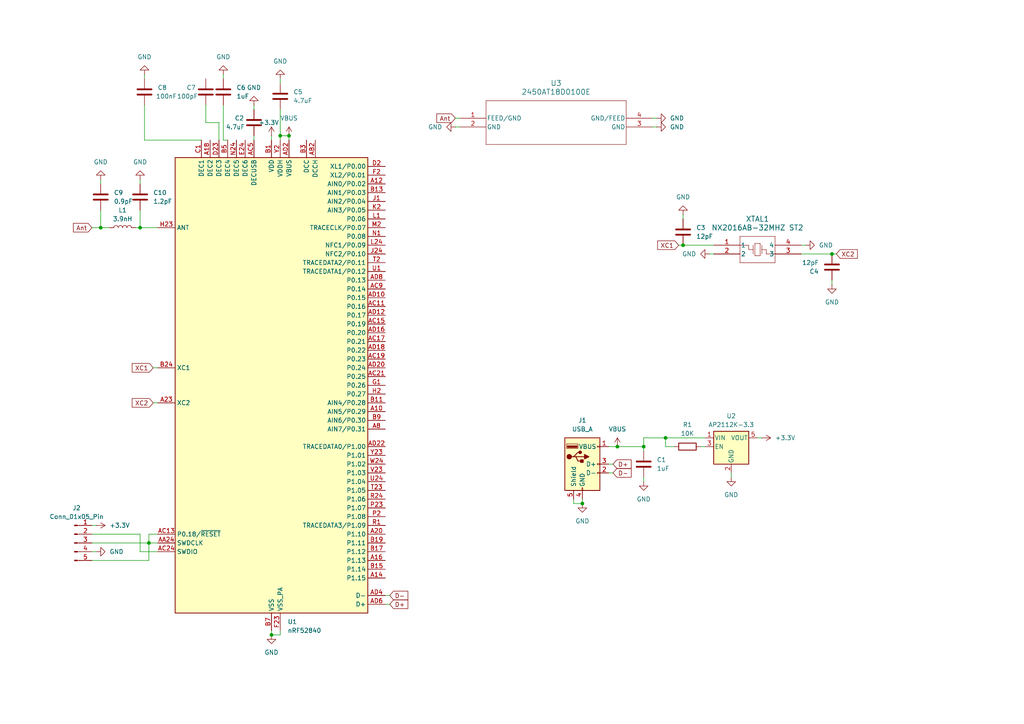
<source format=kicad_sch>
(kicad_sch (version 20250114) (generator "eeschema") (generator_version "9.0")
  (paper "A4")
  (lib_symbols
    (symbol "Antenna:2450AT18D0100E" (pin_names (offset 0.254))
      (property "Reference" "U" (at 27.94 10.16 0))
      (property "Value" "2450AT18D0100E" (at 27.94 7.62 0))
      (symbol "2450AT18D0100E_0_1"
        (polyline (pts (xy 7.62 5.08) (xy 7.62 -7.62)) (stroke (width 0.127)))
        (polyline (pts (xy 7.62 -7.62) (xy 48.26 -7.62)) (stroke (width 0.127)))
        (polyline (pts (xy 48.26 5.08) (xy 7.62 5.08)) (stroke (width 0.127)))
        (polyline (pts (xy 48.26 -7.62) (xy 48.26 5.08)) (stroke (width 0.127)))
        (pin unspecified line (at 0 0 0) (length 7.62) (name "FEED/GND") (number "1"))
        (pin power_out line (at 0 -2.54 0) (length 7.62) (name "GND") (number "2"))
        (pin unspecified line (at 55.88 0 180) (length 7.62) (name "GND/FEED") (number "4"))
        (pin power_out line (at 55.88 -2.54 180) (length 7.62) (name "GND") (number "3"))
      )
    )
    (symbol "Connector:Conn_01x05_Pin" (pin_names (offset 1.016) (hide yes))
      (property "Reference" "J" (at 0 7.62 0))
      (property "Value" "Conn_01x05_Pin" (at 0 -7.62 0))
      (symbol "Conn_01x05_Pin_1_1"
        (rectangle (start 0.8636 5.207) (end 0 4.953) (stroke (width 0.1524)) (fill (type outline)))
        (rectangle (start 0.8636 2.667) (end 0 2.413) (stroke (width 0.1524)) (fill (type outline)))
        (rectangle (start 0.8636 0.127) (end 0 -0.127) (stroke (width 0.1524)) (fill (type outline)))
        (rectangle (start 0.8636 -2.413) (end 0 -2.667) (stroke (width 0.1524)) (fill (type outline)))
        (rectangle (start 0.8636 -4.953) (end 0 -5.207) (stroke (width 0.1524)) (fill (type outline)))
        (polyline (pts (xy 1.27 5.08) (xy 0.8636 5.08)) (stroke (width 0.1524)))
        (polyline (pts (xy 1.27 2.54) (xy 0.8636 2.54)) (stroke (width 0.1524)))
        (polyline (pts (xy 1.27 0) (xy 0.8636 0)) (stroke (width 0.1524)))
        (polyline (pts (xy 1.27 -2.54) (xy 0.8636 -2.54)) (stroke (width 0.1524)))
        (polyline (pts (xy 1.27 -5.08) (xy 0.8636 -5.08)) (stroke (width 0.1524)))
        (pin passive line (at 5.08 5.08 180) (length 3.81) (name "Pin_1") (number "1"))
        (pin passive line (at 5.08 2.54 180) (length 3.81) (name "Pin_2") (number "2"))
        (pin passive line (at 5.08 0 180) (length 3.81) (name "Pin_3") (number "3"))
        (pin passive line (at 5.08 -2.54 180) (length 3.81) (name "Pin_4") (number "4"))
        (pin passive line (at 5.08 -5.08 180) (length 3.81) (name "Pin_5") (number "5"))
      )
    )
    (symbol "Connector:USB_A" (pin_names (offset 1.016))
      (property "Reference" "J" (at -5.08 11.43 0))
      (property "Value" "USB_A" (at -5.08 8.89 0))
      (symbol "USB_A_0_1"
        (rectangle (start -5.08 -7.62) (end 5.08 7.62) (stroke (width 0.254)) (fill (type background)))
        (circle (center -3.81 2.159) (radius 0.635) (stroke (width 0.254)) (fill (type outline)))
        (polyline (pts (xy -3.175 2.159) (xy -2.54 2.159) (xy -1.27 3.429) (xy -0.635 3.429)) (stroke (width 0.254)))
        (polyline (pts (xy -2.54 2.159) (xy -1.905 2.159) (xy -1.27 0.889) (xy 0 0.889)) (stroke (width 0.254)))
        (rectangle (start -1.524 4.826) (end -4.318 5.334) (fill (type outline)))
        (rectangle (start -1.27 4.572) (end -4.572 5.842))
        (circle (center -0.635 3.429) (radius 0.381) (stroke (width 0.254)) (fill (type outline)))
        (rectangle (start -0.127 -7.62) (end 0.127 -6.858))
        (rectangle (start 0.254 1.27) (end -0.508 0.508) (stroke (width 0.254)) (fill (type outline)))
        (polyline (pts (xy 0.635 2.794) (xy 0.635 1.524) (xy 1.905 2.159) (xy 0.635 2.794)) (stroke (width 0.254)) (fill (type outline)))
        (rectangle (start 5.08 4.953) (end 4.318 5.207))
        (rectangle (start 5.08 -0.127) (end 4.318 0.127))
        (rectangle (start 5.08 -2.667) (end 4.318 -2.413))
      )
      (symbol "USB_A_1_1"
        (polyline (pts (xy -1.905 2.159) (xy 0.635 2.159)) (stroke (width 0.254)))
        (pin passive line (at -2.54 -10.16 90) (length 2.54) (name "Shield") (number "5"))
        (pin power_in line (at 0 -10.16 90) (length 2.54) (name "GND") (number "4"))
        (pin power_in line (at 7.62 5.08 180) (length 2.54) (name "VBUS") (number "1"))
        (pin bidirectional line (at 7.62 0 180) (length 2.54) (name "D+") (number "3"))
        (pin bidirectional line (at 7.62 -2.54 180) (length 2.54) (name "D-") (number "2"))
      )
    )
    (symbol "Crystal:NX2016AB-32MHZ_ST2" (pin_names (offset 0.254))
      (property "Reference" "XTAL" (at 12.7 7.62 0))
      (property "Value" "NX2016AB-32MHZ ST2" (at 12.7 5.08 0))
      (symbol "NX2016AB-32MHZ_ST2_0_1"
        (polyline (pts (xy 7.62 2.54) (xy 7.62 -5.08)) (stroke (width 0.127)))
        (polyline (pts (xy 7.62 -5.08) (xy 17.78 -5.08)) (stroke (width 0.127)))
        (polyline (pts (xy 10.16 0) (xy 7.62 0)) (stroke (width 0.127)))
        (polyline (pts (xy 10.16 -1.27) (xy 10.16 0)) (stroke (width 0.127)))
        (polyline (pts (xy 11.43 0) (xy 11.43 -2.54)) (stroke (width 0.127)))
        (polyline (pts (xy 11.43 -1.27) (xy 10.16 -1.27)) (stroke (width 0.127)))
        (polyline (pts (xy 11.938 0.508) (xy 11.938 -3.048)) (stroke (width 0.127)))
        (polyline (pts (xy 11.938 -3.048) (xy 13.462 -3.048)) (stroke (width 0.127)))
        (polyline (pts (xy 13.462 0.508) (xy 11.938 0.508)) (stroke (width 0.127)))
        (polyline (pts (xy 13.462 -3.048) (xy 13.462 0.508)) (stroke (width 0.127)))
        (polyline (pts (xy 13.97 0) (xy 13.97 -2.54)) (stroke (width 0.127)))
        (polyline (pts (xy 13.97 -1.27) (xy 15.24 -1.27)) (stroke (width 0.127)))
        (polyline (pts (xy 15.24 -1.27) (xy 15.24 -2.54)) (stroke (width 0.127)))
        (polyline (pts (xy 15.24 -2.54) (xy 17.78 -2.54)) (stroke (width 0.127)))
        (polyline (pts (xy 17.78 2.54) (xy 7.62 2.54)) (stroke (width 0.127)))
        (polyline (pts (xy 17.78 -5.08) (xy 17.78 2.54)) (stroke (width 0.127)))
        (pin unspecified line (at 0 0 0) (length 7.62) (name "1") (number "1"))
        (pin unspecified line (at 0 -2.54 0) (length 7.62) (name "2") (number "2"))
        (pin unspecified line (at 25.4 0 180) (length 7.62) (name "4") (number "4"))
        (pin unspecified line (at 25.4 -2.54 180) (length 7.62) (name "3") (number "3"))
      )
    )
    (symbol "Device:C" (pin_numbers (hide yes)) (pin_names (offset 0.254))
      (property "Reference" "C" (at 0.635 2.54 0))
      (property "Value" "C" (at 0.635 -2.54 0))
      (symbol "C_0_1"
        (polyline (pts (xy -2.032 0.762) (xy 2.032 0.762)) (stroke (width 0.508)))
        (polyline (pts (xy -2.032 -0.762) (xy 2.032 -0.762)) (stroke (width 0.508)))
      )
      (symbol "C_1_1"
        (pin passive line (at 0 3.81 270) (length 2.794) (name "~") (number "1"))
        (pin passive line (at 0 -3.81 90) (length 2.794) (name "~") (number "2"))
      )
    )
    (symbol "Device:L" (pin_numbers (hide yes)) (pin_names (offset 1.016) (hide yes))
      (property "Reference" "L" (at -1.27 0 90))
      (property "Value" "L" (at 1.905 0 90))
      (symbol "L_0_1"
        (arc (start 0 2.54) (mid 0.6323 1.905) (end 0 1.27))
        (arc (start 0 1.27) (mid 0.6323 0.635) (end 0 0))
        (arc (start 0 0) (mid 0.6323 -0.635) (end 0 -1.27))
        (arc (start 0 -1.27) (mid 0.6323 -1.905) (end 0 -2.54))
      )
      (symbol "L_1_1"
        (pin passive line (at 0 3.81 270) (length 1.27) (name "1") (number "1"))
        (pin passive line (at 0 -3.81 90) (length 1.27) (name "2") (number "2"))
      )
    )
    (symbol "Device:R" (pin_numbers (hide yes)) (pin_names (offset 0))
      (property "Reference" "R" (at 2.032 0 90))
      (property "Value" "R" (at 0 0 90))
      (symbol "R_0_1"
        (rectangle (start -1.016 -2.54) (end 1.016 2.54) (stroke (width 0.254)))
      )
      (symbol "R_1_1"
        (pin passive line (at 0 3.81 270) (length 1.27) (name "~") (number "1"))
        (pin passive line (at 0 -3.81 90) (length 1.27) (name "~") (number "2"))
      )
    )
    (symbol "MCU_Nordic:nRF52840"
      (property "Reference" "U" (at 0 5.08 0))
      (property "Value" "nRF52840" (at 0 2.54 0))
      (symbol "nRF52840_0_1"
        (rectangle (start -27.94 66.04) (end 27.94 -66.04) (stroke (width 0.254)) (fill (type background)))
      )
      (symbol "nRF52840_1_1"
        (pin passive line (at -33.02 45.72 0) (length 5.08) (name "ANT") (number "H23"))
        (pin input line (at -33.02 5.08 0) (length 5.08) (name "XC1") (number "B24"))
        (pin input line (at -33.02 -5.08 0) (length 5.08) (name "XC2") (number "A23"))
        (pin bidirectional line (at -33.02 -43.18 0) (length 5.08) (name "P0.18/~{RESET}") (number "AC13"))
        (pin input line (at -33.02 -45.72 0) (length 5.08) (name "SWDCLK") (number "AA24"))
        (pin bidirectional line (at -33.02 -48.26 0) (length 5.08) (name "SWDIO") (number "AC24"))
        (pin passive line (at -20.32 71.12 270) (length 5.08) (name "DEC1") (number "C1"))
        (pin passive line (at -17.78 71.12 270) (length 5.08) (name "DEC2") (number "A18"))
        (pin passive line (at -15.24 71.12 270) (length 5.08) (name "DEC3") (number "D23"))
        (pin passive line (at -12.7 71.12 270) (length 5.08) (name "DEC4") (number "B5"))
        (pin passive line (at -10.16 71.12 270) (length 5.08) (name "DEC5") (number "N24"))
        (pin passive line (at -7.62 71.12 270) (length 5.08) (name "DEC6") (number "E24"))
        (pin passive line (at -5.08 71.12 270) (length 5.08) (name "DECUSB") (number "AC5"))
        (pin passive line (at 0 71.12 270) (length 5.08) (hide yes) (name "VDD") (number "A22"))
        (pin passive line (at 0 71.12 270) (length 5.08) (hide yes) (name "VDD") (number "AD14"))
        (pin passive line (at 0 71.12 270) (length 5.08) (hide yes) (name "VDD") (number "AD23"))
        (pin power_in line (at 0 71.12 270) (length 5.08) (name "VDD") (number "B1"))
        (pin passive line (at 0 71.12 270) (length 5.08) (hide yes) (name "VDD") (number "W1"))
        (pin power_in line (at 0 -71.12 90) (length 5.08) (name "VSS") (number "B7"))
        (pin passive line (at 0 -71.12 90) (length 5.08) (hide yes) (name "VSS") (number "EP"))
        (pin power_in line (at 2.54 71.12 270) (length 5.08) (name "VDDH") (number "Y2"))
        (pin power_in line (at 2.54 -71.12 90) (length 5.08) (name "VSS_PA") (number "F23"))
        (pin power_in line (at 5.08 71.12 270) (length 5.08) (name "VBUS") (number "AD2"))
        (pin power_out line (at 10.16 71.12 270) (length 5.08) (name "DCC") (number "B3"))
        (pin power_out line (at 12.7 71.12 270) (length 5.08) (name "DCCH") (number "AB2"))
        (pin bidirectional line (at 33.02 63.5 180) (length 5.08) (name "XL1/P0.00") (number "D2"))
        (pin bidirectional line (at 33.02 60.96 180) (length 5.08) (name "XL2/P0.01") (number "F2"))
        (pin bidirectional line (at 33.02 58.42 180) (length 5.08) (name "AIN0/P0.02") (number "A12"))
        (pin bidirectional line (at 33.02 55.88 180) (length 5.08) (name "AIN1/P0.03") (number "B13"))
        (pin bidirectional line (at 33.02 53.34 180) (length 5.08) (name "AIN2/P0.04") (number "J1"))
        (pin bidirectional line (at 33.02 50.8 180) (length 5.08) (name "AIN3/P0.05") (number "K2"))
        (pin bidirectional line (at 33.02 48.26 180) (length 5.08) (name "P0.06") (number "L1"))
        (pin bidirectional line (at 33.02 45.72 180) (length 5.08) (name "TRACECLK/P0.07") (number "M2"))
        (pin bidirectional line (at 33.02 43.18 180) (length 5.08) (name "P0.08") (number "N1"))
        (pin bidirectional line (at 33.02 40.64 180) (length 5.08) (name "NFC1/P0.09") (number "L24"))
        (pin bidirectional line (at 33.02 38.1 180) (length 5.08) (name "NFC2/P0.10") (number "J24"))
        (pin bidirectional line (at 33.02 35.56 180) (length 5.08) (name "TRACEDATA2/P0.11") (number "T2"))
        (pin bidirectional line (at 33.02 33.02 180) (length 5.08) (name "TRACEDATA1/P0.12") (number "U1"))
        (pin bidirectional line (at 33.02 30.48 180) (length 5.08) (name "P0.13") (number "AD8"))
        (pin bidirectional line (at 33.02 27.94 180) (length 5.08) (name "P0.14") (number "AC9"))
        (pin bidirectional line (at 33.02 25.4 180) (length 5.08) (name "P0.15") (number "AD10"))
        (pin bidirectional line (at 33.02 22.86 180) (length 5.08) (name "P0.16") (number "AC11"))
        (pin bidirectional line (at 33.02 20.32 180) (length 5.08) (name "P0.17") (number "AD12"))
        (pin bidirectional line (at 33.02 17.78 180) (length 5.08) (name "P0.19") (number "AC15"))
        (pin bidirectional line (at 33.02 15.24 180) (length 5.08) (name "P0.20") (number "AD16"))
        (pin bidirectional line (at 33.02 12.7 180) (length 5.08) (name "P0.21") (number "AC17"))
        (pin bidirectional line (at 33.02 10.16 180) (length 5.08) (name "P0.22") (number "AD18"))
        (pin bidirectional line (at 33.02 7.62 180) (length 5.08) (name "P0.23") (number "AC19"))
        (pin bidirectional line (at 33.02 5.08 180) (length 5.08) (name "P0.24") (number "AD20"))
        (pin bidirectional line (at 33.02 2.54 180) (length 5.08) (name "P0.25") (number "AC21"))
        (pin bidirectional line (at 33.02 0 180) (length 5.08) (name "P0.26") (number "G1"))
        (pin bidirectional line (at 33.02 -2.54 180) (length 5.08) (name "P0.27") (number "H2"))
        (pin bidirectional line (at 33.02 -5.08 180) (length 5.08) (name "AIN4/P0.28") (number "B11"))
        (pin bidirectional line (at 33.02 -7.62 180) (length 5.08) (name "AIN5/P0.29") (number "A10"))
        (pin bidirectional line (at 33.02 -10.16 180) (length 5.08) (name "AIN6/P0.30") (number "B9"))
        (pin bidirectional line (at 33.02 -12.7 180) (length 5.08) (name "AIN7/P0.31") (number "A8"))
        (pin bidirectional line (at 33.02 -17.78 180) (length 5.08) (name "TRACEDATA0/P1.00") (number "AD22"))
        (pin bidirectional line (at 33.02 -20.32 180) (length 5.08) (name "P1.01") (number "Y23"))
        (pin bidirectional line (at 33.02 -22.86 180) (length 5.08) (name "P1.02") (number "W24"))
        (pin bidirectional line (at 33.02 -25.4 180) (length 5.08) (name "P1.03") (number "V23"))
        (pin bidirectional line (at 33.02 -27.94 180) (length 5.08) (name "P1.04") (number "U24"))
        (pin bidirectional line (at 33.02 -30.48 180) (length 5.08) (name "P1.05") (number "T23"))
        (pin bidirectional line (at 33.02 -33.02 180) (length 5.08) (name "P1.06") (number "R24"))
        (pin bidirectional line (at 33.02 -35.56 180) (length 5.08) (name "P1.07") (number "P23"))
        (pin bidirectional line (at 33.02 -38.1 180) (length 5.08) (name "P1.08") (number "P2"))
        (pin bidirectional line (at 33.02 -40.64 180) (length 5.08) (name "TRACEDATA3/P1.09") (number "R1"))
        (pin bidirectional line (at 33.02 -43.18 180) (length 5.08) (name "P1.10") (number "A20"))
        (pin bidirectional line (at 33.02 -45.72 180) (length 5.08) (name "P1.11") (number "B19"))
        (pin bidirectional line (at 33.02 -48.26 180) (length 5.08) (name "P1.12") (number "B17"))
        (pin bidirectional line (at 33.02 -50.8 180) (length 5.08) (name "P1.13") (number "A16"))
        (pin bidirectional line (at 33.02 -53.34 180) (length 5.08) (name "P1.14") (number "B15"))
        (pin bidirectional line (at 33.02 -55.88 180) (length 5.08) (name "P1.15") (number "A14"))
        (pin bidirectional line (at 33.02 -60.96 180) (length 5.08) (name "D-") (number "AD4"))
        (pin bidirectional line (at 33.02 -63.5 180) (length 5.08) (name "D+") (number "AD6"))
      )
    )
    (symbol "Regulator_Linear:AP2112K-3.3" (pin_names (offset 0.254))
      (property "Reference" "U" (at -5.08 5.715 0))
      (property "Value" "AP2112K-3.3" (at 0 5.715 0))
      (symbol "AP2112K-3.3_0_1"
        (rectangle (start -5.08 4.445) (end 5.08 -5.08) (stroke (width 0.254)) (fill (type background)))
      )
      (symbol "AP2112K-3.3_1_1"
        (pin power_in line (at -7.62 2.54 0) (length 2.54) (name "VIN") (number "1"))
        (pin input line (at -7.62 0 0) (length 2.54) (name "EN") (number "3"))
        (pin power_in line (at 0 -7.62 90) (length 2.54) (name "GND") (number "2"))
        (pin no_connect line (at 5.08 0 180) (length 2.54) (hide yes) (name "NC") (number "4"))
        (pin power_out line (at 7.62 2.54 180) (length 2.54) (name "VOUT") (number "5"))
      )
    )
    (symbol "power:+3.3V" (power) (pin_numbers (hide yes)) (pin_names (offset 0) (hide yes))
      (property "Value" "+3.3V" (at 0 3.556 0))
      (symbol "+3.3V_0_1"
        (polyline (pts (xy -0.762 1.27) (xy 0 2.54)))
        (polyline (pts (xy 0 2.54) (xy 0.762 1.27)))
        (polyline (pts (xy 0 0) (xy 0 2.54)))
      )
      (symbol "+3.3V_1_1"
        (pin power_in line (at 0 0 90) (length 0) (name "~") (number "1"))
      )
    )
    (symbol "power:GND" (power) (pin_numbers (hide yes)) (pin_names (offset 0) (hide yes))
      (property "Value" "GND" (at 0 -3.81 0))
      (symbol "GND_0_1"
        (polyline (pts (xy 0 0) (xy 0 -1.27) (xy 1.27 -1.27) (xy 0 -2.54) (xy -1.27 -1.27) (xy 0 -1.27)))
      )
      (symbol "GND_1_1"
        (pin power_in line (at 0 0 270) (length 0) (name "~") (number "1"))
      )
    )
    (symbol "power:VBUS" (power) (pin_numbers (hide yes)) (pin_names (offset 0) (hide yes))
      (property "Value" "VBUS" (at 0 3.556 0))
      (symbol "VBUS_0_1"
        (polyline (pts (xy -0.762 1.27) (xy 0 2.54)))
        (polyline (pts (xy 0 2.54) (xy 0.762 1.27)))
        (polyline (pts (xy 0 0) (xy 0 2.54)))
      )
      (symbol "VBUS_1_1"
        (pin power_in line (at 0 0 90) (length 0) (name "~") (number "1"))
      )
    )
  )
  (junction (at 83.82 39.37))
  (junction (at 43.18 157.48))
  (junction (at 186.69 129.54))
  (junction (at 241.3 73.66))
  (junction (at 179.07 129.54))
  (junction (at 29.21 66.04))
  (junction (at 40.64 66.04))
  (junction (at 193.04 127))
  (junction (at 198.12 71.12))
  (junction (at 78.74 184.15))
  (junction (at 81.28 39.37))
  (junction (at 168.91 146.05))
  (wire (pts (xy 81.28 31.75) (xy 81.28 39.37)))
  (wire (pts (xy 193.04 127) (xy 204.47 127)))
  (wire (pts (xy 43.18 157.48) (xy 43.18 162.56)))
  (wire (pts (xy 179.07 129.54) (xy 186.69 129.54)))
  (wire (pts (xy 73.66 39.37) (xy 73.66 40.64)))
  (wire (pts (xy 78.74 182.88) (xy 78.74 184.15)))
  (wire (pts (xy 186.69 129.54) (xy 186.69 127)))
  (wire (pts (xy 176.53 134.62) (xy 177.8 134.62)))
  (wire (pts (xy 78.74 39.37) (xy 78.74 40.64)))
  (wire (pts (xy 176.53 137.16) (xy 177.8 137.16)))
  (wire (pts (xy 205.74 73.66) (xy 207.01 73.66)))
  (wire (pts (xy 43.18 154.94) (xy 43.18 157.48)))
  (wire (pts (xy 81.28 39.37) (xy 83.82 39.37)))
  (wire (pts (xy 168.91 146.05) (xy 166.37 146.05)))
  (wire (pts (xy 198.12 62.23) (xy 198.12 63.5)))
  (wire (pts (xy 73.66 30.48) (xy 73.66 31.75)))
  (wire (pts (xy 111.76 175.26) (xy 113.03 175.26)))
  (wire (pts (xy 203.2 129.54) (xy 204.47 129.54)))
  (wire (pts (xy 26.67 66.04) (xy 29.21 66.04)))
  (wire (pts (xy 39.37 66.04) (xy 40.64 66.04)))
  (wire (pts (xy 195.58 129.54) (xy 193.04 129.54)))
  (wire (pts (xy 190.5 34.29) (xy 189.23 34.29)))
  (wire (pts (xy 26.67 154.94) (xy 40.64 154.94)))
  (wire (pts (xy 58.42 40.64) (xy 41.91 40.64)))
  (wire (pts (xy 40.64 60.96) (xy 40.64 66.04)))
  (wire (pts (xy 186.69 138.43) (xy 186.69 139.7)))
  (wire (pts (xy 41.91 30.48) (xy 41.91 40.64)))
  (wire (pts (xy 241.3 73.66) (xy 242.57 73.66)))
  (wire (pts (xy 166.37 146.05) (xy 166.37 144.78)))
  (wire (pts (xy 196.85 71.12) (xy 198.12 71.12)))
  (wire (pts (xy 219.71 127) (xy 220.98 127)))
  (wire (pts (xy 40.64 160.02) (xy 45.72 160.02)))
  (wire (pts (xy 45.72 154.94) (xy 43.18 154.94)))
  (wire (pts (xy 81.28 39.37) (xy 81.28 40.64)))
  (wire (pts (xy 233.68 71.12) (xy 232.41 71.12)))
  (wire (pts (xy 26.67 160.02) (xy 27.94 160.02)))
  (wire (pts (xy 40.64 66.04) (xy 45.72 66.04)))
  (wire (pts (xy 193.04 129.54) (xy 193.04 127)))
  (wire (pts (xy 241.3 82.55) (xy 241.3 81.28)))
  (wire (pts (xy 186.69 127) (xy 193.04 127)))
  (wire (pts (xy 64.77 21.59) (xy 64.77 22.86)))
  (wire (pts (xy 198.12 71.12) (xy 207.01 71.12)))
  (wire (pts (xy 64.77 30.48) (xy 64.77 40.64)))
  (wire (pts (xy 44.45 116.84) (xy 45.72 116.84)))
  (wire (pts (xy 83.82 39.37) (xy 83.82 40.64)))
  (wire (pts (xy 59.69 30.48) (xy 59.69 35.56)))
  (wire (pts (xy 63.5 35.56) (xy 59.69 35.56)))
  (wire (pts (xy 186.69 129.54) (xy 186.69 130.81)))
  (wire (pts (xy 26.67 152.4) (xy 27.94 152.4)))
  (wire (pts (xy 111.76 172.72) (xy 113.03 172.72)))
  (wire (pts (xy 41.91 21.59) (xy 41.91 22.86)))
  (wire (pts (xy 176.53 129.54) (xy 179.07 129.54)))
  (wire (pts (xy 43.18 162.56) (xy 26.67 162.56)))
  (wire (pts (xy 29.21 66.04) (xy 31.75 66.04)))
  (wire (pts (xy 132.08 34.29) (xy 133.35 34.29)))
  (wire (pts (xy 241.3 73.66) (xy 232.41 73.66)))
  (wire (pts (xy 29.21 52.07) (xy 29.21 53.34)))
  (wire (pts (xy 81.28 184.15) (xy 81.28 182.88)))
  (wire (pts (xy 29.21 60.96) (xy 29.21 66.04)))
  (wire (pts (xy 81.28 22.86) (xy 81.28 24.13)))
  (wire (pts (xy 26.67 157.48) (xy 43.18 157.48)))
  (wire (pts (xy 44.45 106.68) (xy 45.72 106.68)))
  (wire (pts (xy 168.91 144.78) (xy 168.91 146.05)))
  (wire (pts (xy 40.64 52.07) (xy 40.64 53.34)))
  (wire (pts (xy 132.08 36.83) (xy 133.35 36.83)))
  (wire (pts (xy 45.72 157.48) (xy 43.18 157.48)))
  (wire (pts (xy 40.64 154.94) (xy 40.64 160.02)))
  (wire (pts (xy 78.74 184.15) (xy 81.28 184.15)))
  (wire (pts (xy 63.5 40.64) (xy 63.5 35.56)))
  (wire (pts (xy 190.5 36.83) (xy 189.23 36.83)))
  (wire (pts (xy 212.09 137.16) (xy 212.09 138.43)))
  (wire (pts (xy 66.04 40.64) (xy 64.77 40.64)))
  (global_label "D-" (shape input) (at 113.03 172.72 0) (property "Intersheetrefs" "${INTERSHEET_REFS}" (effects (hide yes))))
  (global_label "XC1" (shape input) (at 44.45 106.68 180) (property "Intersheetrefs" "${INTERSHEET_REFS}" (effects (hide yes))))
  (global_label "XC2" (shape input) (at 242.57 73.66 0) (property "Intersheetrefs" "${INTERSHEET_REFS}" (effects (hide yes))))
  (global_label "XC2" (shape input) (at 44.45 116.84 180) (property "Intersheetrefs" "${INTERSHEET_REFS}" (effects (hide yes))))
  (global_label "D-" (shape input) (at 177.8 137.16 0) (property "Intersheetrefs" "${INTERSHEET_REFS}" (effects (hide yes))))
  (global_label "Ant" (shape input) (at 26.67 66.04 180) (property "Intersheetrefs" "${INTERSHEET_REFS}" (effects (hide yes))))
  (global_label "D+" (shape input) (at 177.8 134.62 0) (property "Intersheetrefs" "${INTERSHEET_REFS}" (effects (hide yes))))
  (global_label "D+" (shape input) (at 113.03 175.26 0) (property "Intersheetrefs" "${INTERSHEET_REFS}" (effects (hide yes))))
  (global_label "Ant" (shape input) (at 132.08 34.29 180) (property "Intersheetrefs" "${INTERSHEET_REFS}" (effects (hide yes))))
  (global_label "XC1" (shape input) (at 196.85 71.12 180) (property "Intersheetrefs" "${INTERSHEET_REFS}" (effects (hide yes))))
  (symbol (lib_id "Device:C") (at 198.12 67.31 0) (unit 1)
    (property "Reference" "C3" (at 201.93 66.0399 0) (effects (justify left)))
    (property "Value" "12pF" (at 201.93 68.5799 0) (effects (justify left)))
    (property "Description" "Unpolarized capacitor" (effects (hide yes)))
  )
  (symbol (lib_id "Device:C") (at 29.21 57.15 0) (unit 1)
    (property "Reference" "C9" (at 33.02 55.8799 0) (effects (justify left)))
    (property "Value" "0.9pF" (at 33.02 58.4199 0) (effects (justify left)))
    (property "Description" "Unpolarized capacitor" (effects (hide yes)))
  )
  (symbol (lib_id "power:GND") (at 190.5 36.83 90) (unit 1)
    (property "Reference" "#PWR0124" (effects (hide yes)))
    (property "Value" "GND" (at 194.31 36.8301 90) (effects (justify right)))
    (property "Description" "Power symbol creates a global label with name \"GND\" , ground" (effects (hide yes)))
  )
  (symbol (lib_id "Device:L") (at 35.56 66.04 90) (unit 1)
    (property "Reference" "L1" (at 35.56 60.96 90))
    (property "Value" "3.9nH" (at 35.56 63.5 90))
    (property "Description" "Inductor" (effects (hide yes)))
  )
  (symbol (lib_id "power:GND") (at 241.3 82.55 0) (unit 1)
    (property "Reference" "#PWR0125" (effects (hide yes)))
    (property "Value" "GND" (at 241.3 87.63 0))
    (property "Description" "Power symbol creates a global label with name \"GND\" , ground" (effects (hide yes)))
  )
  (symbol (lib_id "Device:C") (at 81.28 27.94 0) (unit 1)
    (property "Reference" "C5" (at 85.09 26.6699 0) (effects (justify left)))
    (property "Value" "4.7uF" (at 85.09 29.2099 0) (effects (justify left)))
    (property "Description" "Unpolarized capacitor" (effects (hide yes)))
  )
  (symbol (lib_id "Connector:USB_A") (at 168.91 134.62 0) (unit 1)
    (property "Reference" "J1" (at 168.91 121.92 0))
    (property "Value" "USB_A" (at 168.91 124.46 0))
    (property "Description" "USB Type A connector" (effects (hide yes)))
  )
  (symbol (lib_id "Device:C") (at 59.69 26.67 0) (unit 1)
    (property "Reference" "C7" (at 54.102 25.4 0) (effects (justify left)))
    (property "Value" "100pF" (at 51.308 27.94 0) (effects (justify left)))
    (property "Description" "Unpolarized capacitor" (effects (hide yes)))
  )
  (symbol (lib_id "power:+3.3V") (at 220.98 127 270) (unit 1)
    (property "Reference" "#PWR05" (effects (hide yes)))
    (property "Value" "+3.3V" (at 224.79 126.9999 90) (effects (justify left)))
    (property "Description" "Power symbol creates a global label with name \"+3.3V\"" (effects (hide yes)))
  )
  (symbol (lib_id "Device:C") (at 40.64 57.15 0) (unit 1)
    (property "Reference" "C10" (at 44.45 55.8799 0) (effects (justify left)))
    (property "Value" "1.2pF" (at 44.45 58.4199 0) (effects (justify left)))
    (property "Description" "Unpolarized capacitor" (effects (hide yes)))
  )
  (symbol (lib_id "Device:R") (at 199.39 129.54 90) (unit 1)
    (property "Reference" "R1" (at 199.39 123.19 90))
    (property "Value" "10K" (at 199.39 125.73 90))
    (property "Description" "Resistor" (effects (hide yes)))
  )
  (symbol (lib_id "power:GND") (at 40.64 52.07 180) (unit 1)
    (property "Reference" "#PWR0109" (effects (hide yes)))
    (property "Value" "GND" (at 40.64 46.99 0))
    (property "Description" "Power symbol creates a global label with name \"GND\" , ground" (effects (hide yes)))
  )
  (symbol (lib_id "power:GND") (at 190.5 34.29 90) (unit 1)
    (property "Reference" "#PWR0123" (effects (hide yes)))
    (property "Value" "GND" (at 194.31 34.2901 90) (effects (justify right)))
    (property "Description" "Power symbol creates a global label with name \"GND\" , ground" (effects (hide yes)))
  )
  (symbol (lib_id "power:GND") (at 27.94 160.02 90) (unit 1)
    (property "Reference" "#PWR021" (effects (hide yes)))
    (property "Value" "GND" (at 31.75 160.0199 90) (effects (justify right)))
    (property "Description" "Power symbol creates a global label with name \"GND\" , ground" (effects (hide yes)))
  )
  (symbol (lib_id "Device:C") (at 41.91 26.67 0) (unit 1)
    (property "Reference" "C8" (at 45.72 25.3999 0) (effects (justify left)))
    (property "Value" "100nF" (at 45.212 27.94 0) (effects (justify left)))
    (property "Description" "Unpolarized capacitor" (effects (hide yes)))
  )
  (symbol (lib_id "power:GND") (at 186.69 139.7 0) (unit 1)
    (property "Reference" "#PWR03" (effects (hide yes)))
    (property "Value" "GND" (at 186.69 144.78 0))
    (property "Description" "Power symbol creates a global label with name \"GND\" , ground" (effects (hide yes)))
  )
  (symbol (lib_id "Device:C") (at 241.3 77.47 180) (unit 1)
    (property "Reference" "C4" (at 237.49 78.7401 0) (effects (justify left)))
    (property "Value" "12pF" (at 237.49 76.2001 0) (effects (justify left)))
    (property "Description" "Unpolarized capacitor" (effects (hide yes)))
  )
  (symbol (lib_id "power:GND") (at 64.77 21.59 180) (unit 1)
    (property "Reference" "#PWR014" (effects (hide yes)))
    (property "Value" "GND" (at 64.77 16.51 0))
    (property "Description" "Power symbol creates a global label with name \"GND\" , ground" (effects (hide yes)))
  )
  (symbol (lib_id "Connector:Conn_01x05_Pin") (at 21.59 157.48 0) (unit 1)
    (property "Reference" "J2" (at 22.225 147.32 0))
    (property "Value" "Conn_01x05_Pin" (at 22.225 149.86 0))
    (property "Description" "Generic connector, single row, 01x05, script generated" (effects (hide yes)))
  )
  (symbol (lib_id "Regulator_Linear:AP2112K-3.3") (at 212.09 129.54 0) (unit 1)
    (property "Reference" "U2" (at 212.09 120.65 0))
    (property "Value" "AP2112K-3.3" (at 212.09 123.19 0))
    (property "Footprint" "Package_TO_SOT_SMD:SOT-23-5" (effects (hide yes)))
    (property "Datasheet" "https://www.diodes.com/assets/Datasheets/AP2112.pdf" (effects (hide yes)))
    (property "Description" "600mA low dropout linear regulator, with enable pin, 3.8V-6V input voltage range, 3.3V fixed positive output, SOT-23-5" (effects (hide yes)))
  )
  (symbol (lib_id "power:GND") (at 41.91 21.59 180) (unit 1)
    (property "Reference" "#PWR015" (effects (hide yes)))
    (property "Value" "GND" (at 41.91 16.51 0))
    (property "Description" "Power symbol creates a global label with name \"GND\" , ground" (effects (hide yes)))
  )
  (symbol (lib_id "MCU_Nordic:nRF52840") (at 78.74 111.76 0) (unit 1)
    (property "Reference" "U1" (at 83.4233 180.34 0) (effects (justify left)))
    (property "Value" "nRF52840" (at 83.4233 182.88 0) (effects (justify left)))
    (property "Footprint" "Package_DFN_QFN:Nordic_AQFN-73-1EP_7x7mm_P0.5mm" (effects (hide yes)))
    (property "Datasheet" "http://infocenter.nordicsemi.com/topic/com.nordic.infocenter.nrf52/dita/nrf52/chips/nrf52840.html" (effects (hide yes)))
    (property "Description" "Multiprotocol BLE/ANT/2.4 GHz/802.15.4 Cortex-M4F SoC, AQFN-73" (effects (hide yes)))
  )
  (symbol (lib_id "power:VBUS") (at 83.82 39.37 0) (unit 1)
    (property "Reference" "#PWR016" (effects (hide yes)))
    (property "Value" "VBUS" (at 83.82 34.29 0))
    (property "Description" "Power symbol creates a global label with name \"VBUS\"" (effects (hide yes)))
  )
  (symbol (lib_id "Device:C") (at 64.77 26.67 0) (unit 1)
    (property "Reference" "C6" (at 68.58 25.3999 0) (effects (justify left)))
    (property "Value" "1uF" (at 68.58 27.9399 0) (effects (justify left)))
    (property "Description" "Unpolarized capacitor" (effects (hide yes)))
  )
  (symbol (lib_id "Antenna:2450AT18D0100E") (at 133.35 34.29 0) (unit 1)
    (property "Reference" "U3" (at 161.29 24.13 0) (effects (font (size 1.524 1.524))))
    (property "Value" "2450AT18D0100E" (at 161.29 26.67 0) (effects (font (size 1.524 1.524))))
    (property "Footprint" "2450AT18D0100E_JOT" (effects (hide yes)))
    (property "Datasheet" "2450AT18D0100E" (effects (hide yes)))
  )
  (symbol (lib_id "Device:C") (at 186.69 134.62 0) (unit 1)
    (property "Reference" "C1" (at 190.5 133.3499 0) (effects (justify left)))
    (property "Value" "1uF" (at 190.5 135.8899 0) (effects (justify left)))
    (property "Description" "Unpolarized capacitor" (effects (hide yes)))
  )
  (symbol (lib_id "power:GND") (at 73.66 30.48 180) (unit 1)
    (property "Reference" "#PWR07" (effects (hide yes)))
    (property "Value" "GND" (at 73.66 25.4 0))
    (property "Description" "Power symbol creates a global label with name \"GND\" , ground" (effects (hide yes)))
  )
  (symbol (lib_id "power:GND") (at 81.28 22.86 180) (unit 1)
    (property "Reference" "#PWR013" (effects (hide yes)))
    (property "Value" "GND" (at 81.28 17.78 0))
    (property "Description" "Power symbol creates a global label with name \"GND\" , ground" (effects (hide yes)))
  )
  (symbol (lib_id "power:GND") (at 29.21 52.07 180) (unit 1)
    (property "Reference" "#PWR018" (effects (hide yes)))
    (property "Value" "GND" (at 29.21 46.99 0))
    (property "Description" "Power symbol creates a global label with name \"GND\" , ground" (effects (hide yes)))
  )
  (symbol (lib_id "power:GND") (at 78.74 184.15 0) (unit 1)
    (property "Reference" "#PWR01" (effects (hide yes)))
    (property "Value" "GND" (at 78.74 189.23 0))
    (property "Description" "Power symbol creates a global label with name \"GND\" , ground" (effects (hide yes)))
  )
  (symbol (lib_id "power:+3.3V") (at 27.94 152.4 270) (unit 1)
    (property "Reference" "#PWR020" (effects (hide yes)))
    (property "Value" "+3.3V" (at 31.75 152.3999 90) (effects (justify left)))
    (property "Description" "Power symbol creates a global label with name \"+3.3V\"" (effects (hide yes)))
  )
  (symbol (lib_id "power:GND") (at 233.68 71.12 90) (unit 1)
    (property "Reference" "#PWR0129" (effects (hide yes)))
    (property "Value" "GND" (at 237.49 71.1201 90) (effects (justify right)))
    (property "Description" "Power symbol creates a global label with name \"GND\" , ground" (effects (hide yes)))
  )
  (symbol (lib_id "Crystal:NX2016AB-32MHZ_ST2") (at 207.01 71.12 0) (unit 1)
    (property "Reference" "XTAL1" (at 219.71 63.5 0) (effects (font (size 1.524 1.524))))
    (property "Value" "NX2016AB-32MHZ ST2" (at 219.71 66.04 0) (effects (font (size 1.524 1.524))))
    (property "Footprint" "NX2016AB_NDK" (effects (hide yes)))
    (property "Datasheet" "NX2016AB-32MHZ ST2" (effects (hide yes)))
  )
  (symbol (lib_id "power:+3.3V") (at 78.74 39.37 0) (unit 1)
    (property "Reference" "#PWR06" (effects (hide yes)))
    (property "Value" "+3.3V" (at 77.978 35.56 0))
    (property "Description" "Power symbol creates a global label with name \"+3.3V\"" (effects (hide yes)))
  )
  (symbol (lib_id "power:GND") (at 212.09 138.43 0) (unit 1)
    (property "Reference" "#PWR04" (effects (hide yes)))
    (property "Value" "GND" (at 212.09 143.51 0))
    (property "Description" "Power symbol creates a global label with name \"GND\" , ground" (effects (hide yes)))
  )
  (symbol (lib_id "power:GND") (at 132.08 36.83 270) (unit 1)
    (property "Reference" "#PWR017" (effects (hide yes)))
    (property "Value" "GND" (at 128.27 36.8299 90) (effects (justify right)))
    (property "Description" "Power symbol creates a global label with name \"GND\" , ground" (effects (hide yes)))
  )
  (symbol (lib_id "power:GND") (at 168.91 146.05 0) (unit 1)
    (property "Reference" "#PWR02" (effects (hide yes)))
    (property "Value" "GND" (at 168.91 151.13 0))
    (property "Description" "Power symbol creates a global label with name \"GND\" , ground" (effects (hide yes)))
  )
  (symbol (lib_id "power:GND") (at 198.12 62.23 180) (unit 1)
    (property "Reference" "#PWR010" (effects (hide yes)))
    (property "Value" "GND" (at 198.12 57.15 0))
    (property "Description" "Power symbol creates a global label with name \"GND\" , ground" (effects (hide yes)))
  )
  (symbol (lib_id "Device:C") (at 73.66 35.56 0) (unit 1)
    (property "Reference" "C2" (at 68.072 34.29 0) (effects (justify left)))
    (property "Value" "4.7uF" (at 65.532 36.83 0) (effects (justify left)))
    (property "Description" "Unpolarized capacitor" (effects (hide yes)))
  )
  (symbol (lib_id "power:GND") (at 205.74 73.66 270) (unit 1)
    (property "Reference" "#PWR08" (effects (hide yes)))
    (property "Value" "GND" (at 201.93 73.6599 90) (effects (justify right)))
    (property "Description" "Power symbol creates a global label with name \"GND\" , ground" (effects (hide yes)))
  )
  (symbol (lib_id "power:VBUS") (at 179.07 129.54 0) (unit 1)
    (property "Reference" "#PWR012" (effects (hide yes)))
    (property "Value" "VBUS" (at 179.07 124.46 0))
    (property "Description" "Power symbol creates a global label with name \"VBUS\"" (effects (hide yes)))
  )
)
</source>
